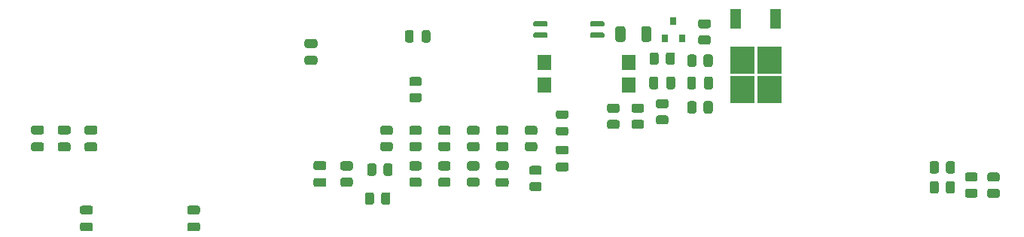
<source format=gtp>
G04 #@! TF.GenerationSoftware,KiCad,Pcbnew,(5.1.9-0-10_14)*
G04 #@! TF.CreationDate,2023-02-12T16:19:48-05:00*
G04 #@! TF.ProjectId,LiBCM-Daughterboard,4c694243-4d2d-4446-9175-676874657262,A*
G04 #@! TF.SameCoordinates,Original*
G04 #@! TF.FileFunction,Paste,Top*
G04 #@! TF.FilePolarity,Positive*
%FSLAX46Y46*%
G04 Gerber Fmt 4.6, Leading zero omitted, Abs format (unit mm)*
G04 Created by KiCad (PCBNEW (5.1.9-0-10_14)) date 2023-02-12 16:19:48*
%MOMM*%
%LPD*%
G01*
G04 APERTURE LIST*
%ADD10R,0.800000X0.900000*%
%ADD11R,1.200000X2.200000*%
%ADD12R,2.750000X3.050000*%
%ADD13R,1.500000X1.780000*%
G04 APERTURE END LIST*
G04 #@! TO.C,C2*
G36*
G01*
X109025000Y-149050000D02*
X109975000Y-149050000D01*
G75*
G02*
X110225000Y-149300000I0J-250000D01*
G01*
X110225000Y-149800000D01*
G75*
G02*
X109975000Y-150050000I-250000J0D01*
G01*
X109025000Y-150050000D01*
G75*
G02*
X108775000Y-149800000I0J250000D01*
G01*
X108775000Y-149300000D01*
G75*
G02*
X109025000Y-149050000I250000J0D01*
G01*
G37*
G36*
G01*
X109025000Y-150950000D02*
X109975000Y-150950000D01*
G75*
G02*
X110225000Y-151200000I0J-250000D01*
G01*
X110225000Y-151700000D01*
G75*
G02*
X109975000Y-151950000I-250000J0D01*
G01*
X109025000Y-151950000D01*
G75*
G02*
X108775000Y-151700000I0J250000D01*
G01*
X108775000Y-151200000D01*
G75*
G02*
X109025000Y-150950000I250000J0D01*
G01*
G37*
G04 #@! TD*
G04 #@! TO.C,C3*
G36*
G01*
X135225000Y-133200000D02*
X134275000Y-133200000D01*
G75*
G02*
X134025000Y-132950000I0J250000D01*
G01*
X134025000Y-132450000D01*
G75*
G02*
X134275000Y-132200000I250000J0D01*
G01*
X135225000Y-132200000D01*
G75*
G02*
X135475000Y-132450000I0J-250000D01*
G01*
X135475000Y-132950000D01*
G75*
G02*
X135225000Y-133200000I-250000J0D01*
G01*
G37*
G36*
G01*
X135225000Y-131300000D02*
X134275000Y-131300000D01*
G75*
G02*
X134025000Y-131050000I0J250000D01*
G01*
X134025000Y-130550000D01*
G75*
G02*
X134275000Y-130300000I250000J0D01*
G01*
X135225000Y-130300000D01*
G75*
G02*
X135475000Y-130550000I0J-250000D01*
G01*
X135475000Y-131050000D01*
G75*
G02*
X135225000Y-131300000I-250000J0D01*
G01*
G37*
G04 #@! TD*
G04 #@! TO.C,C1*
G36*
G01*
X121075000Y-150950000D02*
X122025000Y-150950000D01*
G75*
G02*
X122275000Y-151200000I0J-250000D01*
G01*
X122275000Y-151700000D01*
G75*
G02*
X122025000Y-151950000I-250000J0D01*
G01*
X121075000Y-151950000D01*
G75*
G02*
X120825000Y-151700000I0J250000D01*
G01*
X120825000Y-151200000D01*
G75*
G02*
X121075000Y-150950000I250000J0D01*
G01*
G37*
G36*
G01*
X121075000Y-149050000D02*
X122025000Y-149050000D01*
G75*
G02*
X122275000Y-149300000I0J-250000D01*
G01*
X122275000Y-149800000D01*
G75*
G02*
X122025000Y-150050000I-250000J0D01*
G01*
X121075000Y-150050000D01*
G75*
G02*
X120825000Y-149800000I0J250000D01*
G01*
X120825000Y-149300000D01*
G75*
G02*
X121075000Y-149050000I250000J0D01*
G01*
G37*
G04 #@! TD*
G04 #@! TO.C,C4*
G36*
G01*
X155775000Y-144050000D02*
X156725000Y-144050000D01*
G75*
G02*
X156975000Y-144300000I0J-250000D01*
G01*
X156975000Y-144800000D01*
G75*
G02*
X156725000Y-145050000I-250000J0D01*
G01*
X155775000Y-145050000D01*
G75*
G02*
X155525000Y-144800000I0J250000D01*
G01*
X155525000Y-144300000D01*
G75*
G02*
X155775000Y-144050000I250000J0D01*
G01*
G37*
G36*
G01*
X155775000Y-145950000D02*
X156725000Y-145950000D01*
G75*
G02*
X156975000Y-146200000I0J-250000D01*
G01*
X156975000Y-146700000D01*
G75*
G02*
X156725000Y-146950000I-250000J0D01*
G01*
X155775000Y-146950000D01*
G75*
G02*
X155525000Y-146700000I0J250000D01*
G01*
X155525000Y-146200000D01*
G75*
G02*
X155775000Y-145950000I250000J0D01*
G01*
G37*
G04 #@! TD*
G04 #@! TO.C,C5*
G36*
G01*
X135275000Y-144050000D02*
X136225000Y-144050000D01*
G75*
G02*
X136475000Y-144300000I0J-250000D01*
G01*
X136475000Y-144800000D01*
G75*
G02*
X136225000Y-145050000I-250000J0D01*
G01*
X135275000Y-145050000D01*
G75*
G02*
X135025000Y-144800000I0J250000D01*
G01*
X135025000Y-144300000D01*
G75*
G02*
X135275000Y-144050000I250000J0D01*
G01*
G37*
G36*
G01*
X135275000Y-145950000D02*
X136225000Y-145950000D01*
G75*
G02*
X136475000Y-146200000I0J-250000D01*
G01*
X136475000Y-146700000D01*
G75*
G02*
X136225000Y-146950000I-250000J0D01*
G01*
X135275000Y-146950000D01*
G75*
G02*
X135025000Y-146700000I0J250000D01*
G01*
X135025000Y-146200000D01*
G75*
G02*
X135275000Y-145950000I250000J0D01*
G01*
G37*
G04 #@! TD*
G04 #@! TO.C,C7*
G36*
G01*
X172800000Y-135725000D02*
X172800000Y-134775000D01*
G75*
G02*
X173050000Y-134525000I250000J0D01*
G01*
X173550000Y-134525000D01*
G75*
G02*
X173800000Y-134775000I0J-250000D01*
G01*
X173800000Y-135725000D01*
G75*
G02*
X173550000Y-135975000I-250000J0D01*
G01*
X173050000Y-135975000D01*
G75*
G02*
X172800000Y-135725000I0J250000D01*
G01*
G37*
G36*
G01*
X174700000Y-135725000D02*
X174700000Y-134775000D01*
G75*
G02*
X174950000Y-134525000I250000J0D01*
G01*
X175450000Y-134525000D01*
G75*
G02*
X175700000Y-134775000I0J-250000D01*
G01*
X175700000Y-135725000D01*
G75*
G02*
X175450000Y-135975000I-250000J0D01*
G01*
X174950000Y-135975000D01*
G75*
G02*
X174700000Y-135725000I0J250000D01*
G01*
G37*
G04 #@! TD*
G04 #@! TO.C,C8*
G36*
G01*
X177050000Y-135725000D02*
X177050000Y-134775000D01*
G75*
G02*
X177300000Y-134525000I250000J0D01*
G01*
X177800000Y-134525000D01*
G75*
G02*
X178050000Y-134775000I0J-250000D01*
G01*
X178050000Y-135725000D01*
G75*
G02*
X177800000Y-135975000I-250000J0D01*
G01*
X177300000Y-135975000D01*
G75*
G02*
X177050000Y-135725000I0J250000D01*
G01*
G37*
G36*
G01*
X178950000Y-135725000D02*
X178950000Y-134775000D01*
G75*
G02*
X179200000Y-134525000I250000J0D01*
G01*
X179700000Y-134525000D01*
G75*
G02*
X179950000Y-134775000I0J-250000D01*
G01*
X179950000Y-135725000D01*
G75*
G02*
X179700000Y-135975000I-250000J0D01*
G01*
X179200000Y-135975000D01*
G75*
G02*
X178950000Y-135725000I0J250000D01*
G01*
G37*
G04 #@! TD*
G04 #@! TO.C,R1*
G36*
G01*
X146950002Y-145100000D02*
X146049998Y-145100000D01*
G75*
G02*
X145800000Y-144850002I0J249998D01*
G01*
X145800000Y-144324998D01*
G75*
G02*
X146049998Y-144075000I249998J0D01*
G01*
X146950002Y-144075000D01*
G75*
G02*
X147200000Y-144324998I0J-249998D01*
G01*
X147200000Y-144850002D01*
G75*
G02*
X146950002Y-145100000I-249998J0D01*
G01*
G37*
G36*
G01*
X146950002Y-146925000D02*
X146049998Y-146925000D01*
G75*
G02*
X145800000Y-146675002I0J249998D01*
G01*
X145800000Y-146149998D01*
G75*
G02*
X146049998Y-145900000I249998J0D01*
G01*
X146950002Y-145900000D01*
G75*
G02*
X147200000Y-146149998I0J-249998D01*
G01*
X147200000Y-146675002D01*
G75*
G02*
X146950002Y-146925000I-249998J0D01*
G01*
G37*
G04 #@! TD*
G04 #@! TO.C,R2*
G36*
G01*
X150200002Y-145100000D02*
X149299998Y-145100000D01*
G75*
G02*
X149050000Y-144850002I0J249998D01*
G01*
X149050000Y-144324998D01*
G75*
G02*
X149299998Y-144075000I249998J0D01*
G01*
X150200002Y-144075000D01*
G75*
G02*
X150450000Y-144324998I0J-249998D01*
G01*
X150450000Y-144850002D01*
G75*
G02*
X150200002Y-145100000I-249998J0D01*
G01*
G37*
G36*
G01*
X150200002Y-146925000D02*
X149299998Y-146925000D01*
G75*
G02*
X149050000Y-146675002I0J249998D01*
G01*
X149050000Y-146149998D01*
G75*
G02*
X149299998Y-145900000I249998J0D01*
G01*
X150200002Y-145900000D01*
G75*
G02*
X150450000Y-146149998I0J-249998D01*
G01*
X150450000Y-146675002D01*
G75*
G02*
X150200002Y-146925000I-249998J0D01*
G01*
G37*
G04 #@! TD*
G04 #@! TO.C,R3*
G36*
G01*
X153450002Y-146925000D02*
X152549998Y-146925000D01*
G75*
G02*
X152300000Y-146675002I0J249998D01*
G01*
X152300000Y-146149998D01*
G75*
G02*
X152549998Y-145900000I249998J0D01*
G01*
X153450002Y-145900000D01*
G75*
G02*
X153700000Y-146149998I0J-249998D01*
G01*
X153700000Y-146675002D01*
G75*
G02*
X153450002Y-146925000I-249998J0D01*
G01*
G37*
G36*
G01*
X153450002Y-145100000D02*
X152549998Y-145100000D01*
G75*
G02*
X152300000Y-144850002I0J249998D01*
G01*
X152300000Y-144324998D01*
G75*
G02*
X152549998Y-144075000I249998J0D01*
G01*
X153450002Y-144075000D01*
G75*
G02*
X153700000Y-144324998I0J-249998D01*
G01*
X153700000Y-144850002D01*
G75*
G02*
X153450002Y-145100000I-249998J0D01*
G01*
G37*
G04 #@! TD*
G04 #@! TO.C,R13*
G36*
G01*
X138299998Y-145900000D02*
X139200002Y-145900000D01*
G75*
G02*
X139450000Y-146149998I0J-249998D01*
G01*
X139450000Y-146675002D01*
G75*
G02*
X139200002Y-146925000I-249998J0D01*
G01*
X138299998Y-146925000D01*
G75*
G02*
X138050000Y-146675002I0J249998D01*
G01*
X138050000Y-146149998D01*
G75*
G02*
X138299998Y-145900000I249998J0D01*
G01*
G37*
G36*
G01*
X138299998Y-144075000D02*
X139200002Y-144075000D01*
G75*
G02*
X139450000Y-144324998I0J-249998D01*
G01*
X139450000Y-144850002D01*
G75*
G02*
X139200002Y-145100000I-249998J0D01*
G01*
X138299998Y-145100000D01*
G75*
G02*
X138050000Y-144850002I0J249998D01*
G01*
X138050000Y-144324998D01*
G75*
G02*
X138299998Y-144075000I249998J0D01*
G01*
G37*
G04 #@! TD*
G04 #@! TO.C,R4*
G36*
G01*
X150200002Y-142925000D02*
X149299998Y-142925000D01*
G75*
G02*
X149050000Y-142675002I0J249998D01*
G01*
X149050000Y-142149998D01*
G75*
G02*
X149299998Y-141900000I249998J0D01*
G01*
X150200002Y-141900000D01*
G75*
G02*
X150450000Y-142149998I0J-249998D01*
G01*
X150450000Y-142675002D01*
G75*
G02*
X150200002Y-142925000I-249998J0D01*
G01*
G37*
G36*
G01*
X150200002Y-141100000D02*
X149299998Y-141100000D01*
G75*
G02*
X149050000Y-140850002I0J249998D01*
G01*
X149050000Y-140324998D01*
G75*
G02*
X149299998Y-140075000I249998J0D01*
G01*
X150200002Y-140075000D01*
G75*
G02*
X150450000Y-140324998I0J-249998D01*
G01*
X150450000Y-140850002D01*
G75*
G02*
X150200002Y-141100000I-249998J0D01*
G01*
G37*
G04 #@! TD*
G04 #@! TO.C,R5*
G36*
G01*
X153450002Y-142925000D02*
X152549998Y-142925000D01*
G75*
G02*
X152300000Y-142675002I0J249998D01*
G01*
X152300000Y-142149998D01*
G75*
G02*
X152549998Y-141900000I249998J0D01*
G01*
X153450002Y-141900000D01*
G75*
G02*
X153700000Y-142149998I0J-249998D01*
G01*
X153700000Y-142675002D01*
G75*
G02*
X153450002Y-142925000I-249998J0D01*
G01*
G37*
G36*
G01*
X153450002Y-141100000D02*
X152549998Y-141100000D01*
G75*
G02*
X152300000Y-140850002I0J249998D01*
G01*
X152300000Y-140324998D01*
G75*
G02*
X152549998Y-140075000I249998J0D01*
G01*
X153450002Y-140075000D01*
G75*
G02*
X153700000Y-140324998I0J-249998D01*
G01*
X153700000Y-140850002D01*
G75*
G02*
X153450002Y-141100000I-249998J0D01*
G01*
G37*
G04 #@! TD*
G04 #@! TO.C,R6*
G36*
G01*
X156700002Y-141100000D02*
X155799998Y-141100000D01*
G75*
G02*
X155550000Y-140850002I0J249998D01*
G01*
X155550000Y-140324998D01*
G75*
G02*
X155799998Y-140075000I249998J0D01*
G01*
X156700002Y-140075000D01*
G75*
G02*
X156950000Y-140324998I0J-249998D01*
G01*
X156950000Y-140850002D01*
G75*
G02*
X156700002Y-141100000I-249998J0D01*
G01*
G37*
G36*
G01*
X156700002Y-142925000D02*
X155799998Y-142925000D01*
G75*
G02*
X155550000Y-142675002I0J249998D01*
G01*
X155550000Y-142149998D01*
G75*
G02*
X155799998Y-141900000I249998J0D01*
G01*
X156700002Y-141900000D01*
G75*
G02*
X156950000Y-142149998I0J-249998D01*
G01*
X156950000Y-142675002D01*
G75*
G02*
X156700002Y-142925000I-249998J0D01*
G01*
G37*
G04 #@! TD*
G04 #@! TO.C,R11*
G36*
G01*
X141075000Y-145450002D02*
X141075000Y-144549998D01*
G75*
G02*
X141324998Y-144300000I249998J0D01*
G01*
X141850002Y-144300000D01*
G75*
G02*
X142100000Y-144549998I0J-249998D01*
G01*
X142100000Y-145450002D01*
G75*
G02*
X141850002Y-145700000I-249998J0D01*
G01*
X141324998Y-145700000D01*
G75*
G02*
X141075000Y-145450002I0J249998D01*
G01*
G37*
G36*
G01*
X142900000Y-145450002D02*
X142900000Y-144549998D01*
G75*
G02*
X143149998Y-144300000I249998J0D01*
G01*
X143675002Y-144300000D01*
G75*
G02*
X143925000Y-144549998I0J-249998D01*
G01*
X143925000Y-145450002D01*
G75*
G02*
X143675002Y-145700000I-249998J0D01*
G01*
X143149998Y-145700000D01*
G75*
G02*
X142900000Y-145450002I0J249998D01*
G01*
G37*
G04 #@! TD*
G04 #@! TO.C,R7*
G36*
G01*
X159049998Y-141900000D02*
X159950002Y-141900000D01*
G75*
G02*
X160200000Y-142149998I0J-249998D01*
G01*
X160200000Y-142675002D01*
G75*
G02*
X159950002Y-142925000I-249998J0D01*
G01*
X159049998Y-142925000D01*
G75*
G02*
X158800000Y-142675002I0J249998D01*
G01*
X158800000Y-142149998D01*
G75*
G02*
X159049998Y-141900000I249998J0D01*
G01*
G37*
G36*
G01*
X159049998Y-140075000D02*
X159950002Y-140075000D01*
G75*
G02*
X160200000Y-140324998I0J-249998D01*
G01*
X160200000Y-140850002D01*
G75*
G02*
X159950002Y-141100000I-249998J0D01*
G01*
X159049998Y-141100000D01*
G75*
G02*
X158800000Y-140850002I0J249998D01*
G01*
X158800000Y-140324998D01*
G75*
G02*
X159049998Y-140075000I249998J0D01*
G01*
G37*
G04 #@! TD*
G04 #@! TO.C,R8*
G36*
G01*
X146950002Y-142925000D02*
X146049998Y-142925000D01*
G75*
G02*
X145800000Y-142675002I0J249998D01*
G01*
X145800000Y-142149998D01*
G75*
G02*
X146049998Y-141900000I249998J0D01*
G01*
X146950002Y-141900000D01*
G75*
G02*
X147200000Y-142149998I0J-249998D01*
G01*
X147200000Y-142675002D01*
G75*
G02*
X146950002Y-142925000I-249998J0D01*
G01*
G37*
G36*
G01*
X146950002Y-141100000D02*
X146049998Y-141100000D01*
G75*
G02*
X145800000Y-140850002I0J249998D01*
G01*
X145800000Y-140324998D01*
G75*
G02*
X146049998Y-140075000I249998J0D01*
G01*
X146950002Y-140075000D01*
G75*
G02*
X147200000Y-140324998I0J-249998D01*
G01*
X147200000Y-140850002D01*
G75*
G02*
X146950002Y-141100000I-249998J0D01*
G01*
G37*
G04 #@! TD*
G04 #@! TO.C,R9*
G36*
G01*
X146950002Y-135600000D02*
X146049998Y-135600000D01*
G75*
G02*
X145800000Y-135350002I0J249998D01*
G01*
X145800000Y-134824998D01*
G75*
G02*
X146049998Y-134575000I249998J0D01*
G01*
X146950002Y-134575000D01*
G75*
G02*
X147200000Y-134824998I0J-249998D01*
G01*
X147200000Y-135350002D01*
G75*
G02*
X146950002Y-135600000I-249998J0D01*
G01*
G37*
G36*
G01*
X146950002Y-137425000D02*
X146049998Y-137425000D01*
G75*
G02*
X145800000Y-137175002I0J249998D01*
G01*
X145800000Y-136649998D01*
G75*
G02*
X146049998Y-136400000I249998J0D01*
G01*
X146950002Y-136400000D01*
G75*
G02*
X147200000Y-136649998I0J-249998D01*
G01*
X147200000Y-137175002D01*
G75*
G02*
X146950002Y-137425000I-249998J0D01*
G01*
G37*
G04 #@! TD*
G04 #@! TO.C,R10*
G36*
G01*
X143700002Y-141100000D02*
X142799998Y-141100000D01*
G75*
G02*
X142550000Y-140850002I0J249998D01*
G01*
X142550000Y-140324998D01*
G75*
G02*
X142799998Y-140075000I249998J0D01*
G01*
X143700002Y-140075000D01*
G75*
G02*
X143950000Y-140324998I0J-249998D01*
G01*
X143950000Y-140850002D01*
G75*
G02*
X143700002Y-141100000I-249998J0D01*
G01*
G37*
G36*
G01*
X143700002Y-142925000D02*
X142799998Y-142925000D01*
G75*
G02*
X142550000Y-142675002I0J249998D01*
G01*
X142550000Y-142149998D01*
G75*
G02*
X142799998Y-141900000I249998J0D01*
G01*
X143700002Y-141900000D01*
G75*
G02*
X143950000Y-142149998I0J-249998D01*
G01*
X143950000Y-142675002D01*
G75*
G02*
X143700002Y-142925000I-249998J0D01*
G01*
G37*
G04 #@! TD*
G04 #@! TO.C,R15*
G36*
G01*
X168975000Y-130375002D02*
X168975000Y-129124998D01*
G75*
G02*
X169224998Y-128875000I249998J0D01*
G01*
X169850002Y-128875000D01*
G75*
G02*
X170100000Y-129124998I0J-249998D01*
G01*
X170100000Y-130375002D01*
G75*
G02*
X169850002Y-130625000I-249998J0D01*
G01*
X169224998Y-130625000D01*
G75*
G02*
X168975000Y-130375002I0J249998D01*
G01*
G37*
G36*
G01*
X171900000Y-130375002D02*
X171900000Y-129124998D01*
G75*
G02*
X172149998Y-128875000I249998J0D01*
G01*
X172775002Y-128875000D01*
G75*
G02*
X173025000Y-129124998I0J-249998D01*
G01*
X173025000Y-130375002D01*
G75*
G02*
X172775002Y-130625000I-249998J0D01*
G01*
X172149998Y-130625000D01*
G75*
G02*
X171900000Y-130375002I0J249998D01*
G01*
G37*
G04 #@! TD*
G04 #@! TO.C,R16*
G36*
G01*
X211950002Y-146350000D02*
X211049998Y-146350000D01*
G75*
G02*
X210800000Y-146100002I0J249998D01*
G01*
X210800000Y-145574998D01*
G75*
G02*
X211049998Y-145325000I249998J0D01*
G01*
X211950002Y-145325000D01*
G75*
G02*
X212200000Y-145574998I0J-249998D01*
G01*
X212200000Y-146100002D01*
G75*
G02*
X211950002Y-146350000I-249998J0D01*
G01*
G37*
G36*
G01*
X211950002Y-148175000D02*
X211049998Y-148175000D01*
G75*
G02*
X210800000Y-147925002I0J249998D01*
G01*
X210800000Y-147399998D01*
G75*
G02*
X211049998Y-147150000I249998J0D01*
G01*
X211950002Y-147150000D01*
G75*
G02*
X212200000Y-147399998I0J-249998D01*
G01*
X212200000Y-147925002D01*
G75*
G02*
X211950002Y-148175000I-249998J0D01*
G01*
G37*
G04 #@! TD*
G04 #@! TO.C,R17*
G36*
G01*
X205350000Y-146549998D02*
X205350000Y-147450002D01*
G75*
G02*
X205100002Y-147700000I-249998J0D01*
G01*
X204574998Y-147700000D01*
G75*
G02*
X204325000Y-147450002I0J249998D01*
G01*
X204325000Y-146549998D01*
G75*
G02*
X204574998Y-146300000I249998J0D01*
G01*
X205100002Y-146300000D01*
G75*
G02*
X205350000Y-146549998I0J-249998D01*
G01*
G37*
G36*
G01*
X207175000Y-146549998D02*
X207175000Y-147450002D01*
G75*
G02*
X206925002Y-147700000I-249998J0D01*
G01*
X206399998Y-147700000D01*
G75*
G02*
X206150000Y-147450002I0J249998D01*
G01*
X206150000Y-146549998D01*
G75*
G02*
X206399998Y-146300000I249998J0D01*
G01*
X206925002Y-146300000D01*
G75*
G02*
X207175000Y-146549998I0J-249998D01*
G01*
G37*
G04 #@! TD*
G04 #@! TO.C,R19*
G36*
G01*
X209450002Y-146350000D02*
X208549998Y-146350000D01*
G75*
G02*
X208300000Y-146100002I0J249998D01*
G01*
X208300000Y-145574998D01*
G75*
G02*
X208549998Y-145325000I249998J0D01*
G01*
X209450002Y-145325000D01*
G75*
G02*
X209700000Y-145574998I0J-249998D01*
G01*
X209700000Y-146100002D01*
G75*
G02*
X209450002Y-146350000I-249998J0D01*
G01*
G37*
G36*
G01*
X209450002Y-148175000D02*
X208549998Y-148175000D01*
G75*
G02*
X208300000Y-147925002I0J249998D01*
G01*
X208300000Y-147399998D01*
G75*
G02*
X208549998Y-147150000I249998J0D01*
G01*
X209450002Y-147150000D01*
G75*
G02*
X209700000Y-147399998I0J-249998D01*
G01*
X209700000Y-147925002D01*
G75*
G02*
X209450002Y-148175000I-249998J0D01*
G01*
G37*
G04 #@! TD*
G04 #@! TO.C,R20*
G36*
G01*
X205350000Y-144299998D02*
X205350000Y-145200002D01*
G75*
G02*
X205100002Y-145450000I-249998J0D01*
G01*
X204574998Y-145450000D01*
G75*
G02*
X204325000Y-145200002I0J249998D01*
G01*
X204325000Y-144299998D01*
G75*
G02*
X204574998Y-144050000I249998J0D01*
G01*
X205100002Y-144050000D01*
G75*
G02*
X205350000Y-144299998I0J-249998D01*
G01*
G37*
G36*
G01*
X207175000Y-144299998D02*
X207175000Y-145200002D01*
G75*
G02*
X206925002Y-145450000I-249998J0D01*
G01*
X206399998Y-145450000D01*
G75*
G02*
X206150000Y-145200002I0J249998D01*
G01*
X206150000Y-144299998D01*
G75*
G02*
X206399998Y-144050000I249998J0D01*
G01*
X206925002Y-144050000D01*
G75*
G02*
X207175000Y-144299998I0J-249998D01*
G01*
G37*
G04 #@! TD*
G04 #@! TO.C,R18*
G36*
G01*
X172825000Y-132950002D02*
X172825000Y-132049998D01*
G75*
G02*
X173074998Y-131800000I249998J0D01*
G01*
X173600002Y-131800000D01*
G75*
G02*
X173850000Y-132049998I0J-249998D01*
G01*
X173850000Y-132950002D01*
G75*
G02*
X173600002Y-133200000I-249998J0D01*
G01*
X173074998Y-133200000D01*
G75*
G02*
X172825000Y-132950002I0J249998D01*
G01*
G37*
G36*
G01*
X174650000Y-132950002D02*
X174650000Y-132049998D01*
G75*
G02*
X174899998Y-131800000I249998J0D01*
G01*
X175425002Y-131800000D01*
G75*
G02*
X175675000Y-132049998I0J-249998D01*
G01*
X175675000Y-132950002D01*
G75*
G02*
X175425002Y-133200000I-249998J0D01*
G01*
X174899998Y-133200000D01*
G75*
G02*
X174650000Y-132950002I0J249998D01*
G01*
G37*
G04 #@! TD*
G04 #@! TO.C,R21*
G36*
G01*
X173799998Y-138900000D02*
X174700002Y-138900000D01*
G75*
G02*
X174950000Y-139149998I0J-249998D01*
G01*
X174950000Y-139675002D01*
G75*
G02*
X174700002Y-139925000I-249998J0D01*
G01*
X173799998Y-139925000D01*
G75*
G02*
X173550000Y-139675002I0J249998D01*
G01*
X173550000Y-139149998D01*
G75*
G02*
X173799998Y-138900000I249998J0D01*
G01*
G37*
G36*
G01*
X173799998Y-137075000D02*
X174700002Y-137075000D01*
G75*
G02*
X174950000Y-137324998I0J-249998D01*
G01*
X174950000Y-137850002D01*
G75*
G02*
X174700002Y-138100000I-249998J0D01*
G01*
X173799998Y-138100000D01*
G75*
G02*
X173550000Y-137850002I0J249998D01*
G01*
X173550000Y-137324998D01*
G75*
G02*
X173799998Y-137075000I249998J0D01*
G01*
G37*
G04 #@! TD*
G04 #@! TO.C,R22*
G36*
G01*
X178900000Y-138450002D02*
X178900000Y-137549998D01*
G75*
G02*
X179149998Y-137300000I249998J0D01*
G01*
X179675002Y-137300000D01*
G75*
G02*
X179925000Y-137549998I0J-249998D01*
G01*
X179925000Y-138450002D01*
G75*
G02*
X179675002Y-138700000I-249998J0D01*
G01*
X179149998Y-138700000D01*
G75*
G02*
X178900000Y-138450002I0J249998D01*
G01*
G37*
G36*
G01*
X177075000Y-138450002D02*
X177075000Y-137549998D01*
G75*
G02*
X177324998Y-137300000I249998J0D01*
G01*
X177850002Y-137300000D01*
G75*
G02*
X178100000Y-137549998I0J-249998D01*
G01*
X178100000Y-138450002D01*
G75*
G02*
X177850002Y-138700000I-249998J0D01*
G01*
X177324998Y-138700000D01*
G75*
G02*
X177075000Y-138450002I0J249998D01*
G01*
G37*
G04 #@! TD*
G04 #@! TO.C,R23*
G36*
G01*
X171049998Y-137575000D02*
X171950002Y-137575000D01*
G75*
G02*
X172200000Y-137824998I0J-249998D01*
G01*
X172200000Y-138350002D01*
G75*
G02*
X171950002Y-138600000I-249998J0D01*
G01*
X171049998Y-138600000D01*
G75*
G02*
X170800000Y-138350002I0J249998D01*
G01*
X170800000Y-137824998D01*
G75*
G02*
X171049998Y-137575000I249998J0D01*
G01*
G37*
G36*
G01*
X171049998Y-139400000D02*
X171950002Y-139400000D01*
G75*
G02*
X172200000Y-139649998I0J-249998D01*
G01*
X172200000Y-140175002D01*
G75*
G02*
X171950002Y-140425000I-249998J0D01*
G01*
X171049998Y-140425000D01*
G75*
G02*
X170800000Y-140175002I0J249998D01*
G01*
X170800000Y-139649998D01*
G75*
G02*
X171049998Y-139400000I249998J0D01*
G01*
G37*
G04 #@! TD*
G04 #@! TO.C,R24*
G36*
G01*
X168299998Y-139400000D02*
X169200002Y-139400000D01*
G75*
G02*
X169450000Y-139649998I0J-249998D01*
G01*
X169450000Y-140175002D01*
G75*
G02*
X169200002Y-140425000I-249998J0D01*
G01*
X168299998Y-140425000D01*
G75*
G02*
X168050000Y-140175002I0J249998D01*
G01*
X168050000Y-139649998D01*
G75*
G02*
X168299998Y-139400000I249998J0D01*
G01*
G37*
G36*
G01*
X168299998Y-137575000D02*
X169200002Y-137575000D01*
G75*
G02*
X169450000Y-137824998I0J-249998D01*
G01*
X169450000Y-138350002D01*
G75*
G02*
X169200002Y-138600000I-249998J0D01*
G01*
X168299998Y-138600000D01*
G75*
G02*
X168050000Y-138350002I0J249998D01*
G01*
X168050000Y-137824998D01*
G75*
G02*
X168299998Y-137575000I249998J0D01*
G01*
G37*
G04 #@! TD*
G04 #@! TO.C,U1*
G36*
G01*
X159750000Y-128765000D02*
X159750000Y-128465000D01*
G75*
G02*
X159900000Y-128315000I150000J0D01*
G01*
X161225000Y-128315000D01*
G75*
G02*
X161375000Y-128465000I0J-150000D01*
G01*
X161375000Y-128765000D01*
G75*
G02*
X161225000Y-128915000I-150000J0D01*
G01*
X159900000Y-128915000D01*
G75*
G02*
X159750000Y-128765000I0J150000D01*
G01*
G37*
G36*
G01*
X159750000Y-130035000D02*
X159750000Y-129735000D01*
G75*
G02*
X159900000Y-129585000I150000J0D01*
G01*
X161225000Y-129585000D01*
G75*
G02*
X161375000Y-129735000I0J-150000D01*
G01*
X161375000Y-130035000D01*
G75*
G02*
X161225000Y-130185000I-150000J0D01*
G01*
X159900000Y-130185000D01*
G75*
G02*
X159750000Y-130035000I0J150000D01*
G01*
G37*
G36*
G01*
X166125000Y-130035000D02*
X166125000Y-129735000D01*
G75*
G02*
X166275000Y-129585000I150000J0D01*
G01*
X167600000Y-129585000D01*
G75*
G02*
X167750000Y-129735000I0J-150000D01*
G01*
X167750000Y-130035000D01*
G75*
G02*
X167600000Y-130185000I-150000J0D01*
G01*
X166275000Y-130185000D01*
G75*
G02*
X166125000Y-130035000I0J150000D01*
G01*
G37*
G36*
G01*
X166125000Y-128765000D02*
X166125000Y-128465000D01*
G75*
G02*
X166275000Y-128315000I150000J0D01*
G01*
X167600000Y-128315000D01*
G75*
G02*
X167750000Y-128465000I0J-150000D01*
G01*
X167750000Y-128765000D01*
G75*
G02*
X167600000Y-128915000I-150000J0D01*
G01*
X166275000Y-128915000D01*
G75*
G02*
X166125000Y-128765000I0J150000D01*
G01*
G37*
G04 #@! TD*
D10*
G04 #@! TO.C,U2*
X175500000Y-128250000D03*
X176450000Y-130250000D03*
X174550000Y-130250000D03*
G04 #@! TD*
G04 #@! TO.C,D1*
G36*
G01*
X146300000Y-129543750D02*
X146300000Y-130456250D01*
G75*
G02*
X146056250Y-130700000I-243750J0D01*
G01*
X145568750Y-130700000D01*
G75*
G02*
X145325000Y-130456250I0J243750D01*
G01*
X145325000Y-129543750D01*
G75*
G02*
X145568750Y-129300000I243750J0D01*
G01*
X146056250Y-129300000D01*
G75*
G02*
X146300000Y-129543750I0J-243750D01*
G01*
G37*
G36*
G01*
X148175000Y-129543750D02*
X148175000Y-130456250D01*
G75*
G02*
X147931250Y-130700000I-243750J0D01*
G01*
X147443750Y-130700000D01*
G75*
G02*
X147200000Y-130456250I0J243750D01*
G01*
X147200000Y-129543750D01*
G75*
G02*
X147443750Y-129300000I243750J0D01*
G01*
X147931250Y-129300000D01*
G75*
G02*
X148175000Y-129543750I0J-243750D01*
G01*
G37*
G04 #@! TD*
G04 #@! TO.C,D2*
G36*
G01*
X163456250Y-141175000D02*
X162543750Y-141175000D01*
G75*
G02*
X162300000Y-140931250I0J243750D01*
G01*
X162300000Y-140443750D01*
G75*
G02*
X162543750Y-140200000I243750J0D01*
G01*
X163456250Y-140200000D01*
G75*
G02*
X163700000Y-140443750I0J-243750D01*
G01*
X163700000Y-140931250D01*
G75*
G02*
X163456250Y-141175000I-243750J0D01*
G01*
G37*
G36*
G01*
X163456250Y-139300000D02*
X162543750Y-139300000D01*
G75*
G02*
X162300000Y-139056250I0J243750D01*
G01*
X162300000Y-138568750D01*
G75*
G02*
X162543750Y-138325000I243750J0D01*
G01*
X163456250Y-138325000D01*
G75*
G02*
X163700000Y-138568750I0J-243750D01*
G01*
X163700000Y-139056250D01*
G75*
G02*
X163456250Y-139300000I-243750J0D01*
G01*
G37*
G04 #@! TD*
D11*
G04 #@! TO.C,Q1*
X187030000Y-128050000D03*
X182470000Y-128050000D03*
D12*
X183225000Y-136025000D03*
X186275000Y-132675000D03*
X186275000Y-136025000D03*
X183225000Y-132675000D03*
G04 #@! TD*
G04 #@! TO.C,R12*
G36*
G01*
X141850000Y-147799998D02*
X141850000Y-148700002D01*
G75*
G02*
X141600002Y-148950000I-249998J0D01*
G01*
X141074998Y-148950000D01*
G75*
G02*
X140825000Y-148700002I0J249998D01*
G01*
X140825000Y-147799998D01*
G75*
G02*
X141074998Y-147550000I249998J0D01*
G01*
X141600002Y-147550000D01*
G75*
G02*
X141850000Y-147799998I0J-249998D01*
G01*
G37*
G36*
G01*
X143675000Y-147799998D02*
X143675000Y-148700002D01*
G75*
G02*
X143425002Y-148950000I-249998J0D01*
G01*
X142899998Y-148950000D01*
G75*
G02*
X142650000Y-148700002I0J249998D01*
G01*
X142650000Y-147799998D01*
G75*
G02*
X142899998Y-147550000I249998J0D01*
G01*
X143425002Y-147550000D01*
G75*
G02*
X143675000Y-147799998I0J-249998D01*
G01*
G37*
G04 #@! TD*
G04 #@! TO.C,R14*
G36*
G01*
X159549998Y-144575000D02*
X160450002Y-144575000D01*
G75*
G02*
X160700000Y-144824998I0J-249998D01*
G01*
X160700000Y-145350002D01*
G75*
G02*
X160450002Y-145600000I-249998J0D01*
G01*
X159549998Y-145600000D01*
G75*
G02*
X159300000Y-145350002I0J249998D01*
G01*
X159300000Y-144824998D01*
G75*
G02*
X159549998Y-144575000I249998J0D01*
G01*
G37*
G36*
G01*
X159549998Y-146400000D02*
X160450002Y-146400000D01*
G75*
G02*
X160700000Y-146649998I0J-249998D01*
G01*
X160700000Y-147175002D01*
G75*
G02*
X160450002Y-147425000I-249998J0D01*
G01*
X159549998Y-147425000D01*
G75*
G02*
X159300000Y-147175002I0J249998D01*
G01*
X159300000Y-146649998D01*
G75*
G02*
X159549998Y-146400000I249998J0D01*
G01*
G37*
G04 #@! TD*
G04 #@! TO.C,R25*
G36*
G01*
X178900000Y-133200002D02*
X178900000Y-132299998D01*
G75*
G02*
X179149998Y-132050000I249998J0D01*
G01*
X179675002Y-132050000D01*
G75*
G02*
X179925000Y-132299998I0J-249998D01*
G01*
X179925000Y-133200002D01*
G75*
G02*
X179675002Y-133450000I-249998J0D01*
G01*
X179149998Y-133450000D01*
G75*
G02*
X178900000Y-133200002I0J249998D01*
G01*
G37*
G36*
G01*
X177075000Y-133200002D02*
X177075000Y-132299998D01*
G75*
G02*
X177324998Y-132050000I249998J0D01*
G01*
X177850002Y-132050000D01*
G75*
G02*
X178100000Y-132299998I0J-249998D01*
G01*
X178100000Y-133200002D01*
G75*
G02*
X177850002Y-133450000I-249998J0D01*
G01*
X177324998Y-133450000D01*
G75*
G02*
X177075000Y-133200002I0J249998D01*
G01*
G37*
G04 #@! TD*
G04 #@! TO.C,R26*
G36*
G01*
X179450002Y-130925000D02*
X178549998Y-130925000D01*
G75*
G02*
X178300000Y-130675002I0J249998D01*
G01*
X178300000Y-130149998D01*
G75*
G02*
X178549998Y-129900000I249998J0D01*
G01*
X179450002Y-129900000D01*
G75*
G02*
X179700000Y-130149998I0J-249998D01*
G01*
X179700000Y-130675002D01*
G75*
G02*
X179450002Y-130925000I-249998J0D01*
G01*
G37*
G36*
G01*
X179450002Y-129100000D02*
X178549998Y-129100000D01*
G75*
G02*
X178300000Y-128850002I0J249998D01*
G01*
X178300000Y-128324998D01*
G75*
G02*
X178549998Y-128075000I249998J0D01*
G01*
X179450002Y-128075000D01*
G75*
G02*
X179700000Y-128324998I0J-249998D01*
G01*
X179700000Y-128850002D01*
G75*
G02*
X179450002Y-129100000I-249998J0D01*
G01*
G37*
G04 #@! TD*
D13*
G04 #@! TO.C,U3*
X160985000Y-132980000D03*
X170515000Y-135520000D03*
X160985000Y-135520000D03*
X170515000Y-132980000D03*
G04 #@! TD*
G04 #@! TO.C,C6*
G36*
G01*
X162525000Y-142300000D02*
X163475000Y-142300000D01*
G75*
G02*
X163725000Y-142550000I0J-250000D01*
G01*
X163725000Y-143050000D01*
G75*
G02*
X163475000Y-143300000I-250000J0D01*
G01*
X162525000Y-143300000D01*
G75*
G02*
X162275000Y-143050000I0J250000D01*
G01*
X162275000Y-142550000D01*
G75*
G02*
X162525000Y-142300000I250000J0D01*
G01*
G37*
G36*
G01*
X162525000Y-144200000D02*
X163475000Y-144200000D01*
G75*
G02*
X163725000Y-144450000I0J-250000D01*
G01*
X163725000Y-144950000D01*
G75*
G02*
X163475000Y-145200000I-250000J0D01*
G01*
X162525000Y-145200000D01*
G75*
G02*
X162275000Y-144950000I0J250000D01*
G01*
X162275000Y-144450000D01*
G75*
G02*
X162525000Y-144200000I250000J0D01*
G01*
G37*
G04 #@! TD*
G04 #@! TO.C,C9*
G36*
G01*
X109525000Y-140050000D02*
X110475000Y-140050000D01*
G75*
G02*
X110725000Y-140300000I0J-250000D01*
G01*
X110725000Y-140800000D01*
G75*
G02*
X110475000Y-141050000I-250000J0D01*
G01*
X109525000Y-141050000D01*
G75*
G02*
X109275000Y-140800000I0J250000D01*
G01*
X109275000Y-140300000D01*
G75*
G02*
X109525000Y-140050000I250000J0D01*
G01*
G37*
G36*
G01*
X109525000Y-141950000D02*
X110475000Y-141950000D01*
G75*
G02*
X110725000Y-142200000I0J-250000D01*
G01*
X110725000Y-142700000D01*
G75*
G02*
X110475000Y-142950000I-250000J0D01*
G01*
X109525000Y-142950000D01*
G75*
G02*
X109275000Y-142700000I0J250000D01*
G01*
X109275000Y-142200000D01*
G75*
G02*
X109525000Y-141950000I250000J0D01*
G01*
G37*
G04 #@! TD*
G04 #@! TO.C,C10*
G36*
G01*
X106525000Y-141950000D02*
X107475000Y-141950000D01*
G75*
G02*
X107725000Y-142200000I0J-250000D01*
G01*
X107725000Y-142700000D01*
G75*
G02*
X107475000Y-142950000I-250000J0D01*
G01*
X106525000Y-142950000D01*
G75*
G02*
X106275000Y-142700000I0J250000D01*
G01*
X106275000Y-142200000D01*
G75*
G02*
X106525000Y-141950000I250000J0D01*
G01*
G37*
G36*
G01*
X106525000Y-140050000D02*
X107475000Y-140050000D01*
G75*
G02*
X107725000Y-140300000I0J-250000D01*
G01*
X107725000Y-140800000D01*
G75*
G02*
X107475000Y-141050000I-250000J0D01*
G01*
X106525000Y-141050000D01*
G75*
G02*
X106275000Y-140800000I0J250000D01*
G01*
X106275000Y-140300000D01*
G75*
G02*
X106525000Y-140050000I250000J0D01*
G01*
G37*
G04 #@! TD*
G04 #@! TO.C,C11*
G36*
G01*
X103525000Y-140050000D02*
X104475000Y-140050000D01*
G75*
G02*
X104725000Y-140300000I0J-250000D01*
G01*
X104725000Y-140800000D01*
G75*
G02*
X104475000Y-141050000I-250000J0D01*
G01*
X103525000Y-141050000D01*
G75*
G02*
X103275000Y-140800000I0J250000D01*
G01*
X103275000Y-140300000D01*
G75*
G02*
X103525000Y-140050000I250000J0D01*
G01*
G37*
G36*
G01*
X103525000Y-141950000D02*
X104475000Y-141950000D01*
G75*
G02*
X104725000Y-142200000I0J-250000D01*
G01*
X104725000Y-142700000D01*
G75*
G02*
X104475000Y-142950000I-250000J0D01*
G01*
X103525000Y-142950000D01*
G75*
G02*
X103275000Y-142700000I0J250000D01*
G01*
X103275000Y-142200000D01*
G75*
G02*
X103525000Y-141950000I250000J0D01*
G01*
G37*
G04 #@! TD*
M02*

</source>
